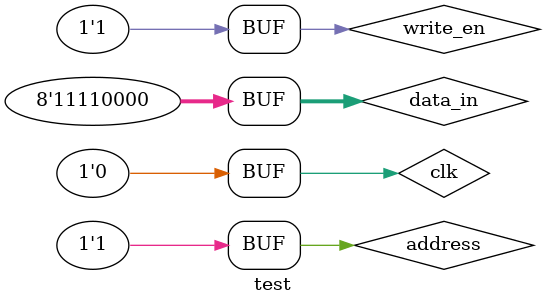
<source format=v>

module RAM_1x8(
    input wire clk,
    input wire write_en,
    input wire address,
    input wire [7:0] data_in,
    output reg [7:0] data_out
);

reg [7:0] memory [0:0];  

always @(posedge clk) begin
    if (write_en) begin
        memory[0] <= data_in;  
    end
end

always @(negedge clk) begin
    data_out <= memory[0];  
end

endmodule

module test;
    reg clk, write_en, address;
    reg [7:0] data_in;
    wire [7:0] s;

    RAM_1x8 moduleRam (clk, write_en, address, data_in, s); 

    initial begin
        $display("Test Module");
        
       
        $monitor ("%4d %4d %4d %4b | %4b", clk, write_en, address, data_in, s);
        clk = 1;
        write_en = 1;
        address = 1;
        data_in = 8'b10010100;  // Correção para atribuição de bits específicos

        // Exemplo de ciclo de clock
        #10 clk = 0; write_en = 1; address = 0; data_in = 8'b00010100;  
        #10 clk = 1; write_en = 1; address = 1; data_in = 8'b11110000;  
        #10 clk = 0;  
        
    end
endmodule

/*
Test Module
   1    1    1 10010100 | xxxxxxxx
   0    1    0 00010100 | 10010100
   1    1    1 11110000 | 10010100
   0    1    1 11110000 | 11110000
*/
</source>
